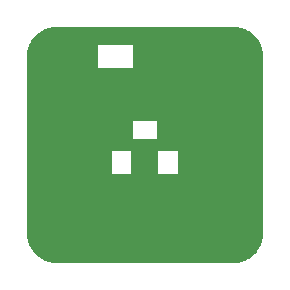
<source format=gbr>
%TF.GenerationSoftware,KiCad,Pcbnew,6.0.9+dfsg-1~bpo11+1*%
%TF.CreationDate,2022-11-11T16:08:21+01:00*%
%TF.ProjectId,015-3-port-resistive-splitter,3031352d-332d-4706-9f72-742d72657369,1*%
%TF.SameCoordinates,Original*%
%TF.FileFunction,Soldermask,Top*%
%TF.FilePolarity,Negative*%
%FSLAX46Y46*%
G04 Gerber Fmt 4.6, Leading zero omitted, Abs format (unit mm)*
G04 Created by KiCad (PCBNEW 6.0.9+dfsg-1~bpo11+1) date 2022-11-11 16:08:21*
%MOMM*%
%LPD*%
G01*
G04 APERTURE LIST*
G04 Aperture macros list*
%AMRoundRect*
0 Rectangle with rounded corners*
0 $1 Rounding radius*
0 $2 $3 $4 $5 $6 $7 $8 $9 X,Y pos of 4 corners*
0 Add a 4 corners polygon primitive as box body*
4,1,4,$2,$3,$4,$5,$6,$7,$8,$9,$2,$3,0*
0 Add four circle primitives for the rounded corners*
1,1,$1+$1,$2,$3*
1,1,$1+$1,$4,$5*
1,1,$1+$1,$6,$7*
1,1,$1+$1,$8,$9*
0 Add four rect primitives between the rounded corners*
20,1,$1+$1,$2,$3,$4,$5,0*
20,1,$1+$1,$4,$5,$6,$7,0*
20,1,$1+$1,$6,$7,$8,$9,0*
20,1,$1+$1,$8,$9,$2,$3,0*%
G04 Aperture macros list end*
%ADD10RoundRect,0.135000X0.185000X-0.135000X0.185000X0.135000X-0.185000X0.135000X-0.185000X-0.135000X0*%
%ADD11RoundRect,0.135000X-0.135000X-0.185000X0.135000X-0.185000X0.135000X0.185000X-0.135000X0.185000X0*%
%ADD12C,3.400000*%
G04 APERTURE END LIST*
%TO.C,J2*%
G36*
X150500000Y-87500000D02*
G01*
X144500000Y-87500000D01*
X144500000Y-84500000D01*
X150500000Y-84500000D01*
X150500000Y-87500000D01*
G37*
%TO.C,J3*%
G36*
X157500000Y-80500000D02*
G01*
X154500000Y-80500000D01*
X154500000Y-74500000D01*
X157500000Y-74500000D01*
X157500000Y-80500000D01*
G37*
%TO.C,J1*%
G36*
X140500000Y-80500000D02*
G01*
X137500000Y-80500000D01*
X137500000Y-74500000D01*
X140500000Y-74500000D01*
X140500000Y-80500000D01*
G37*
%TD*%
D10*
%TO.C,R3*%
X148000000Y-79510000D03*
X148000000Y-78490000D03*
%TD*%
D11*
%TO.C,R2*%
X146990000Y-77500000D03*
X148010000Y-77500000D03*
%TD*%
D10*
%TO.C,R1*%
X147000000Y-79510000D03*
X147000000Y-78490000D03*
%TD*%
D12*
%TO.C,H3*%
X140000000Y-70000000D03*
%TD*%
%TO.C,H1*%
X155000000Y-85000000D03*
%TD*%
%TO.C,H2*%
X155000000Y-70000000D03*
%TD*%
%TO.C,H4*%
X140000000Y-85000000D03*
%TD*%
G36*
X146708512Y-70883938D02*
G01*
X146746896Y-70943664D01*
X146750636Y-70960671D01*
X146751869Y-70968982D01*
X146753081Y-70981291D01*
X146753848Y-70996906D01*
X146754000Y-71003088D01*
X146754000Y-75374000D01*
X146733998Y-75442121D01*
X146680342Y-75488614D01*
X146628000Y-75500000D01*
X146518115Y-75500000D01*
X146502876Y-75504475D01*
X146501671Y-75505865D01*
X146500000Y-75513548D01*
X146500000Y-76981885D01*
X146504475Y-76997124D01*
X146505865Y-76998329D01*
X146513548Y-77000000D01*
X146628000Y-77000000D01*
X146696121Y-77020002D01*
X146742614Y-77073658D01*
X146754000Y-77126000D01*
X146754000Y-77996912D01*
X146753848Y-78003094D01*
X146753081Y-78018709D01*
X146751869Y-78031015D01*
X146750028Y-78043426D01*
X146747616Y-78055552D01*
X146744565Y-78067733D01*
X146740976Y-78079565D01*
X146736752Y-78091371D01*
X146732019Y-78102798D01*
X146726654Y-78114141D01*
X146720822Y-78125052D01*
X146714373Y-78135810D01*
X146707511Y-78146079D01*
X146700033Y-78156163D01*
X146692179Y-78165733D01*
X146683756Y-78175025D01*
X146675025Y-78183756D01*
X146665733Y-78192179D01*
X146656163Y-78200033D01*
X146646079Y-78207511D01*
X146635810Y-78214373D01*
X146625052Y-78220822D01*
X146614141Y-78226654D01*
X146602798Y-78232019D01*
X146591371Y-78236752D01*
X146579565Y-78240976D01*
X146567733Y-78244565D01*
X146555552Y-78247616D01*
X146543426Y-78250028D01*
X146531015Y-78251869D01*
X146518709Y-78253081D01*
X146503094Y-78253848D01*
X146496912Y-78254000D01*
X146427882Y-78254000D01*
X146359761Y-78233998D01*
X146313268Y-78180342D01*
X146301882Y-78128000D01*
X146301882Y-78018115D01*
X146297407Y-78002876D01*
X146296017Y-78001671D01*
X146288334Y-78000000D01*
X144716233Y-78000000D01*
X144700994Y-78004475D01*
X144699789Y-78005865D01*
X144698118Y-78013548D01*
X144698118Y-78128000D01*
X144678116Y-78196121D01*
X144624460Y-78242614D01*
X144572118Y-78254000D01*
X143503088Y-78254000D01*
X143496906Y-78253848D01*
X143481291Y-78253081D01*
X143468985Y-78251869D01*
X143456574Y-78250028D01*
X143444448Y-78247616D01*
X143432267Y-78244565D01*
X143420435Y-78240976D01*
X143408629Y-78236752D01*
X143397202Y-78232019D01*
X143385859Y-78226654D01*
X143374948Y-78220822D01*
X143364190Y-78214373D01*
X143353921Y-78207511D01*
X143343837Y-78200033D01*
X143334267Y-78192179D01*
X143324975Y-78183756D01*
X143316244Y-78175025D01*
X143307821Y-78165733D01*
X143299967Y-78156163D01*
X143292489Y-78146079D01*
X143285627Y-78135810D01*
X143279178Y-78125052D01*
X143273346Y-78114141D01*
X143267981Y-78102798D01*
X143263248Y-78091371D01*
X143259024Y-78079565D01*
X143255435Y-78067733D01*
X143252384Y-78055552D01*
X143249972Y-78043426D01*
X143248131Y-78031015D01*
X143246919Y-78018709D01*
X143246152Y-78003094D01*
X143246000Y-77996912D01*
X143246000Y-71003088D01*
X143246152Y-70996906D01*
X143246919Y-70981291D01*
X143248131Y-70968982D01*
X143249364Y-70960671D01*
X143279146Y-70896223D01*
X143339044Y-70858108D01*
X143410040Y-70858426D01*
X143469593Y-70897077D01*
X143498797Y-70961790D01*
X143500000Y-70979162D01*
X143500000Y-70981885D01*
X143504475Y-70997124D01*
X143505865Y-70998329D01*
X143513548Y-71000000D01*
X146481885Y-71000000D01*
X146497124Y-70995525D01*
X146498329Y-70994135D01*
X146500000Y-70986452D01*
X146500000Y-70979162D01*
X146520002Y-70911041D01*
X146573658Y-70864548D01*
X146643932Y-70854444D01*
X146708512Y-70883938D01*
G37*
G36*
X155004119Y-67500270D02*
G01*
X155318073Y-67520848D01*
X155334413Y-67522999D01*
X155638950Y-67583574D01*
X155654871Y-67587840D01*
X155948888Y-67687646D01*
X155964114Y-67693953D01*
X156242592Y-67831283D01*
X156256866Y-67839524D01*
X156515034Y-68012027D01*
X156528109Y-68022060D01*
X156761557Y-68226788D01*
X156773212Y-68238443D01*
X156977940Y-68471891D01*
X156987973Y-68484966D01*
X157160476Y-68743134D01*
X157168717Y-68757408D01*
X157306047Y-69035886D01*
X157312354Y-69051111D01*
X157324706Y-69087497D01*
X157327663Y-69158432D01*
X157291800Y-69219705D01*
X157228504Y-69251862D01*
X157205393Y-69254000D01*
X146626000Y-69254000D01*
X146557879Y-69233998D01*
X146511386Y-69180342D01*
X146500000Y-69128000D01*
X146500000Y-69018115D01*
X146495525Y-69002876D01*
X146494135Y-69001671D01*
X146486452Y-69000000D01*
X143518115Y-69000000D01*
X143502876Y-69004475D01*
X143501671Y-69005865D01*
X143500000Y-69013548D01*
X143500000Y-69128000D01*
X143479998Y-69196121D01*
X143426342Y-69242614D01*
X143374000Y-69254000D01*
X137794607Y-69254000D01*
X137726486Y-69233998D01*
X137679993Y-69180342D01*
X137669889Y-69110068D01*
X137675294Y-69087497D01*
X137687646Y-69051111D01*
X137693953Y-69035886D01*
X137831283Y-68757408D01*
X137839524Y-68743134D01*
X138012027Y-68484966D01*
X138022060Y-68471891D01*
X138226788Y-68238443D01*
X138238443Y-68226788D01*
X138471891Y-68022060D01*
X138484966Y-68012027D01*
X138743134Y-67839524D01*
X138757408Y-67831283D01*
X139035886Y-67693953D01*
X139051112Y-67687646D01*
X139345129Y-67587840D01*
X139361050Y-67583574D01*
X139665587Y-67522999D01*
X139681927Y-67520848D01*
X139995881Y-67500270D01*
X140004122Y-67500000D01*
X154995878Y-67500000D01*
X155004119Y-67500270D01*
G37*
G36*
X143503094Y-68746152D02*
G01*
X143518709Y-68746919D01*
X143531018Y-68748131D01*
X143539329Y-68749364D01*
X143603777Y-68779146D01*
X143641892Y-68839044D01*
X143641574Y-68910040D01*
X143602923Y-68969593D01*
X143538210Y-68998797D01*
X143520838Y-69000000D01*
X143518115Y-69000000D01*
X143502876Y-69004475D01*
X143501671Y-69005865D01*
X143500000Y-69013548D01*
X143500000Y-79981885D01*
X143504475Y-79997124D01*
X143505865Y-79998329D01*
X143513548Y-80000000D01*
X143628000Y-80000000D01*
X143696121Y-80020002D01*
X143742614Y-80073658D01*
X143754000Y-80126000D01*
X143754000Y-87374000D01*
X143733998Y-87442121D01*
X143680342Y-87488614D01*
X143628000Y-87500000D01*
X140004122Y-87500000D01*
X139995881Y-87499730D01*
X139681927Y-87479152D01*
X139665587Y-87477001D01*
X139361050Y-87416426D01*
X139345129Y-87412160D01*
X139051112Y-87312354D01*
X139035886Y-87306047D01*
X138757408Y-87168717D01*
X138743134Y-87160476D01*
X138484966Y-86987973D01*
X138471891Y-86977940D01*
X138238443Y-86773212D01*
X138226788Y-86761557D01*
X138022060Y-86528109D01*
X138012027Y-86515034D01*
X137839524Y-86256866D01*
X137831283Y-86242592D01*
X137693953Y-85964114D01*
X137687646Y-85948888D01*
X137587840Y-85654871D01*
X137583574Y-85638950D01*
X137522999Y-85334413D01*
X137520848Y-85318073D01*
X137500270Y-85004119D01*
X137500000Y-84995878D01*
X137500000Y-70004122D01*
X137500270Y-69995881D01*
X137520848Y-69681927D01*
X137522999Y-69665587D01*
X137583574Y-69361050D01*
X137587840Y-69345129D01*
X137687646Y-69051112D01*
X137693953Y-69035886D01*
X137802254Y-68816272D01*
X137850322Y-68764023D01*
X137915260Y-68746000D01*
X143496912Y-68746000D01*
X143503094Y-68746152D01*
G37*
G36*
X157152861Y-68766002D02*
G01*
X157197746Y-68816272D01*
X157306047Y-69035886D01*
X157312354Y-69051112D01*
X157412160Y-69345129D01*
X157416426Y-69361050D01*
X157477001Y-69665587D01*
X157479152Y-69681927D01*
X157499730Y-69995881D01*
X157500000Y-70004122D01*
X157500000Y-75628000D01*
X157479998Y-75696121D01*
X157426342Y-75742614D01*
X157374000Y-75754000D01*
X148626000Y-75754000D01*
X148557879Y-75733998D01*
X148511386Y-75680342D01*
X148500000Y-75628000D01*
X148500000Y-75518115D01*
X148495525Y-75502876D01*
X148494135Y-75501671D01*
X148486452Y-75500000D01*
X146518115Y-75500000D01*
X146502876Y-75504475D01*
X146501671Y-75505865D01*
X146500000Y-75513548D01*
X146500000Y-75520838D01*
X146479998Y-75588959D01*
X146426342Y-75635452D01*
X146356068Y-75645556D01*
X146291488Y-75616062D01*
X146253104Y-75556336D01*
X146249364Y-75539329D01*
X146248131Y-75531018D01*
X146246919Y-75518709D01*
X146246152Y-75503094D01*
X146246000Y-75496912D01*
X146246000Y-71126000D01*
X146266002Y-71057879D01*
X146319658Y-71011386D01*
X146372000Y-71000000D01*
X146481885Y-71000000D01*
X146497124Y-70995525D01*
X146498329Y-70994135D01*
X146500000Y-70986452D01*
X146500000Y-69018115D01*
X146495525Y-69002876D01*
X146494135Y-69001671D01*
X146486452Y-69000000D01*
X146479162Y-69000000D01*
X146411041Y-68979998D01*
X146364548Y-68926342D01*
X146354444Y-68856068D01*
X146383938Y-68791488D01*
X146443664Y-68753104D01*
X146460671Y-68749364D01*
X146468982Y-68748131D01*
X146481291Y-68746919D01*
X146496906Y-68746152D01*
X146503088Y-68746000D01*
X157084740Y-68746000D01*
X157152861Y-68766002D01*
G37*
G36*
X157442121Y-75266002D02*
G01*
X157488614Y-75319658D01*
X157500000Y-75372000D01*
X157500000Y-78128000D01*
X157479998Y-78196121D01*
X157426342Y-78242614D01*
X157374000Y-78254000D01*
X150414281Y-78254000D01*
X150346160Y-78233998D01*
X150299667Y-78180342D01*
X150288281Y-78128000D01*
X150288281Y-78018115D01*
X150283806Y-78002876D01*
X150282416Y-78001671D01*
X150274733Y-78000000D01*
X148644383Y-78000000D01*
X148629144Y-78004475D01*
X148627939Y-78005865D01*
X148626268Y-78013548D01*
X148626268Y-78127861D01*
X148606266Y-78195982D01*
X148552610Y-78242475D01*
X148494091Y-78253710D01*
X148481296Y-78253082D01*
X148468985Y-78251869D01*
X148456574Y-78250028D01*
X148444448Y-78247616D01*
X148432267Y-78244565D01*
X148420435Y-78240976D01*
X148408629Y-78236752D01*
X148397202Y-78232019D01*
X148385859Y-78226654D01*
X148374948Y-78220822D01*
X148364190Y-78214373D01*
X148353921Y-78207511D01*
X148343837Y-78200033D01*
X148334267Y-78192179D01*
X148324975Y-78183756D01*
X148316244Y-78175025D01*
X148307821Y-78165733D01*
X148299967Y-78156163D01*
X148292489Y-78146079D01*
X148285627Y-78135810D01*
X148279178Y-78125052D01*
X148273346Y-78114141D01*
X148267981Y-78102798D01*
X148263248Y-78091371D01*
X148259024Y-78079565D01*
X148255435Y-78067733D01*
X148252384Y-78055552D01*
X148249972Y-78043426D01*
X148248131Y-78031015D01*
X148246919Y-78018709D01*
X148246152Y-78003094D01*
X148246000Y-77996912D01*
X148246000Y-77126000D01*
X148266002Y-77057879D01*
X148319658Y-77011386D01*
X148372000Y-77000000D01*
X148481885Y-77000000D01*
X148497124Y-76995525D01*
X148498329Y-76994135D01*
X148500000Y-76986452D01*
X148500000Y-75518115D01*
X148495525Y-75502876D01*
X148494135Y-75501671D01*
X148486452Y-75500000D01*
X148479162Y-75500000D01*
X148411041Y-75479998D01*
X148364548Y-75426342D01*
X148354444Y-75356068D01*
X148383938Y-75291488D01*
X148443664Y-75253104D01*
X148460671Y-75249364D01*
X148468982Y-75248131D01*
X148481291Y-75246919D01*
X148496906Y-75246152D01*
X148503088Y-75246000D01*
X157374000Y-75246000D01*
X157442121Y-75266002D01*
G37*
G36*
X157442121Y-77766002D02*
G01*
X157488614Y-77819658D01*
X157500000Y-77872000D01*
X157500000Y-84995878D01*
X157499730Y-85004119D01*
X157479152Y-85318073D01*
X157477001Y-85334413D01*
X157416426Y-85638950D01*
X157412160Y-85654871D01*
X157312354Y-85948888D01*
X157306047Y-85964114D01*
X157168717Y-86242592D01*
X157160476Y-86256866D01*
X156987973Y-86515034D01*
X156977940Y-86528109D01*
X156773212Y-86761557D01*
X156761557Y-86773212D01*
X156528109Y-86977940D01*
X156515034Y-86987973D01*
X156256866Y-87160476D01*
X156242592Y-87168717D01*
X155964114Y-87306047D01*
X155948888Y-87312354D01*
X155654871Y-87412160D01*
X155638950Y-87416426D01*
X155334413Y-87477001D01*
X155318073Y-87479152D01*
X155004119Y-87499730D01*
X154995878Y-87500000D01*
X150160281Y-87500000D01*
X150092160Y-87479998D01*
X150045667Y-87426342D01*
X150034281Y-87374000D01*
X150034281Y-80126001D01*
X150054283Y-80057880D01*
X150107939Y-80011387D01*
X150160281Y-80000001D01*
X150270166Y-80000001D01*
X150285405Y-79995526D01*
X150286610Y-79994136D01*
X150288281Y-79986453D01*
X150288281Y-78018115D01*
X150283806Y-78002876D01*
X150282416Y-78001671D01*
X150274733Y-78000000D01*
X150267443Y-78000000D01*
X150199322Y-77979998D01*
X150152829Y-77926342D01*
X150142725Y-77856068D01*
X150172219Y-77791488D01*
X150231945Y-77753104D01*
X150248952Y-77749364D01*
X150257263Y-77748131D01*
X150269572Y-77746919D01*
X150285187Y-77746152D01*
X150291369Y-77746000D01*
X157374000Y-77746000D01*
X157442121Y-77766002D01*
G37*
G36*
X144640239Y-79766002D02*
G01*
X144686732Y-79819658D01*
X144698118Y-79872000D01*
X144698118Y-79874000D01*
X144678116Y-79942121D01*
X144624460Y-79988614D01*
X144572118Y-80000000D01*
X143518115Y-80000000D01*
X150270166Y-80000001D01*
X150285405Y-79995526D01*
X150286610Y-79994136D01*
X150288281Y-79986453D01*
X150288281Y-79880888D01*
X150308283Y-79812767D01*
X150361939Y-79766274D01*
X150432213Y-79756170D01*
X150456724Y-79762252D01*
X150459508Y-79763248D01*
X150470938Y-79767982D01*
X150482281Y-79773347D01*
X150493192Y-79779179D01*
X150503950Y-79785628D01*
X150514219Y-79792490D01*
X150524303Y-79799968D01*
X150533873Y-79807822D01*
X150543165Y-79816245D01*
X150551896Y-79824976D01*
X150560319Y-79834268D01*
X150568173Y-79843838D01*
X150575651Y-79853922D01*
X150582513Y-79864191D01*
X150588962Y-79874949D01*
X150594794Y-79885860D01*
X150600159Y-79897203D01*
X150604892Y-79908630D01*
X150609116Y-79920436D01*
X150612705Y-79932268D01*
X150615756Y-79944449D01*
X150618168Y-79956575D01*
X150620009Y-79968986D01*
X150621221Y-79981292D01*
X150621988Y-79996907D01*
X150622140Y-80003089D01*
X150622140Y-87374000D01*
X150602138Y-87442121D01*
X150548482Y-87488614D01*
X150496140Y-87500000D01*
X143372000Y-87500000D01*
X143303879Y-87479998D01*
X143257386Y-87426342D01*
X143246000Y-87374000D01*
X143246000Y-80003088D01*
X143246152Y-79996906D01*
X143246919Y-79981291D01*
X143248131Y-79968985D01*
X143249972Y-79956574D01*
X143252384Y-79944448D01*
X143255435Y-79932267D01*
X143259024Y-79920435D01*
X143263248Y-79908629D01*
X143267981Y-79897202D01*
X143273346Y-79885859D01*
X143279178Y-79874948D01*
X143285627Y-79864190D01*
X143292489Y-79853921D01*
X143299967Y-79843837D01*
X143307821Y-79834267D01*
X143316244Y-79824975D01*
X143324975Y-79816244D01*
X143334267Y-79807821D01*
X143343837Y-79799967D01*
X143353921Y-79792489D01*
X143364190Y-79785627D01*
X143374948Y-79779178D01*
X143385859Y-79773346D01*
X143397202Y-79767981D01*
X143408629Y-79763248D01*
X143420435Y-79759024D01*
X143432267Y-79755435D01*
X143444448Y-79752384D01*
X143456574Y-79749972D01*
X143468985Y-79748131D01*
X143481291Y-79746919D01*
X143496906Y-79746152D01*
X143503088Y-79746000D01*
X144572118Y-79746000D01*
X144640239Y-79766002D01*
G37*
G36*
X144701212Y-77746152D02*
G01*
X144716827Y-77746919D01*
X144729136Y-77748131D01*
X144737447Y-77749364D01*
X144801895Y-77779146D01*
X144840010Y-77839044D01*
X144839692Y-77910040D01*
X144801041Y-77969593D01*
X144736328Y-77998797D01*
X144718956Y-78000000D01*
X144716233Y-78000000D01*
X144700994Y-78004475D01*
X144699789Y-78005865D01*
X144698118Y-78013548D01*
X144698118Y-79981885D01*
X144702593Y-79997124D01*
X144703983Y-79998329D01*
X144711666Y-80000000D01*
X144718956Y-80000000D01*
X144787077Y-80020002D01*
X144833570Y-80073658D01*
X144843674Y-80143932D01*
X144814180Y-80208512D01*
X144754454Y-80246896D01*
X144737447Y-80250636D01*
X144729136Y-80251869D01*
X144716827Y-80253081D01*
X144701212Y-80253848D01*
X144695030Y-80254000D01*
X143503088Y-80254000D01*
X143496906Y-80253848D01*
X143481291Y-80253081D01*
X143468985Y-80251869D01*
X143456574Y-80250028D01*
X143444448Y-80247616D01*
X143432267Y-80244565D01*
X143420435Y-80240976D01*
X143408629Y-80236752D01*
X143397202Y-80232019D01*
X143385859Y-80226654D01*
X143374948Y-80220822D01*
X143364190Y-80214373D01*
X143353921Y-80207511D01*
X143343837Y-80200033D01*
X143334267Y-80192179D01*
X143324975Y-80183756D01*
X143316244Y-80175025D01*
X143307821Y-80165733D01*
X143299967Y-80156163D01*
X143292489Y-80146079D01*
X143285627Y-80135810D01*
X143279178Y-80125052D01*
X143273346Y-80114141D01*
X143267981Y-80102798D01*
X143263248Y-80091371D01*
X143259024Y-80079565D01*
X143255435Y-80067733D01*
X143252384Y-80055552D01*
X143249972Y-80043426D01*
X143248131Y-80031015D01*
X143246919Y-80018709D01*
X143246152Y-80003094D01*
X143246000Y-79996912D01*
X143246000Y-78003088D01*
X143246152Y-77996906D01*
X143246919Y-77981291D01*
X143248131Y-77968985D01*
X143249972Y-77956574D01*
X143252384Y-77944448D01*
X143255435Y-77932267D01*
X143259024Y-77920435D01*
X143263248Y-77908629D01*
X143267981Y-77897202D01*
X143273346Y-77885859D01*
X143279178Y-77874948D01*
X143285627Y-77864190D01*
X143292489Y-77853921D01*
X143299967Y-77843837D01*
X143307821Y-77834267D01*
X143316244Y-77824975D01*
X143324975Y-77816244D01*
X143334267Y-77807821D01*
X143343837Y-77799967D01*
X143353921Y-77792489D01*
X143364190Y-77785627D01*
X143374948Y-77779178D01*
X143385859Y-77773346D01*
X143397202Y-77767981D01*
X143408629Y-77763248D01*
X143420435Y-77759024D01*
X143432267Y-77755435D01*
X143444448Y-77752384D01*
X143456574Y-77749972D01*
X143468985Y-77748131D01*
X143481291Y-77746919D01*
X143496906Y-77746152D01*
X143503088Y-77746000D01*
X144695030Y-77746000D01*
X144701212Y-77746152D01*
G37*
G36*
X146442121Y-76766002D02*
G01*
X146488614Y-76819658D01*
X146500000Y-76872000D01*
X146500000Y-76981885D01*
X146504475Y-76997124D01*
X146505865Y-76998329D01*
X146513548Y-77000000D01*
X148481885Y-77000000D01*
X148497124Y-76995525D01*
X148498329Y-76994135D01*
X148500000Y-76986452D01*
X148500000Y-76872139D01*
X148520002Y-76804018D01*
X148573658Y-76757525D01*
X148632177Y-76746290D01*
X148644972Y-76746918D01*
X148657283Y-76748131D01*
X148669694Y-76749972D01*
X148681820Y-76752384D01*
X148694001Y-76755435D01*
X148705833Y-76759024D01*
X148717639Y-76763248D01*
X148729066Y-76767981D01*
X148740409Y-76773346D01*
X148751320Y-76779178D01*
X148762078Y-76785627D01*
X148772347Y-76792489D01*
X148782431Y-76799967D01*
X148792001Y-76807821D01*
X148801293Y-76816244D01*
X148810024Y-76824975D01*
X148818447Y-76834267D01*
X148826301Y-76843837D01*
X148833779Y-76853921D01*
X148840641Y-76864190D01*
X148847090Y-76874948D01*
X148852922Y-76885859D01*
X148858287Y-76897202D01*
X148863020Y-76908629D01*
X148867244Y-76920435D01*
X148870833Y-76932267D01*
X148873884Y-76944448D01*
X148876296Y-76956574D01*
X148878137Y-76968985D01*
X148879349Y-76981291D01*
X148880116Y-76996906D01*
X148880268Y-77003088D01*
X148880268Y-77874000D01*
X148860266Y-77942121D01*
X148806610Y-77988614D01*
X148754268Y-78000000D01*
X148644383Y-78000000D01*
X148629144Y-78004475D01*
X148627939Y-78005865D01*
X148626268Y-78013548D01*
X148626268Y-79981886D01*
X148630743Y-79997125D01*
X148632133Y-79998330D01*
X148639816Y-80000001D01*
X148754268Y-80000001D01*
X148822389Y-80020003D01*
X148868882Y-80073659D01*
X148880268Y-80126001D01*
X148880268Y-80496912D01*
X148880116Y-80503094D01*
X148879349Y-80518709D01*
X148878137Y-80531015D01*
X148876296Y-80543426D01*
X148873884Y-80555552D01*
X148870833Y-80567733D01*
X148867244Y-80579565D01*
X148863020Y-80591371D01*
X148858287Y-80602798D01*
X148852922Y-80614141D01*
X148847090Y-80625052D01*
X148840641Y-80635810D01*
X148833779Y-80646079D01*
X148826301Y-80656163D01*
X148818447Y-80665733D01*
X148810024Y-80675025D01*
X148801293Y-80683756D01*
X148792001Y-80692179D01*
X148782431Y-80700033D01*
X148772347Y-80707511D01*
X148762078Y-80714373D01*
X148751320Y-80720822D01*
X148740409Y-80726654D01*
X148729066Y-80732019D01*
X148717639Y-80736752D01*
X148705833Y-80740976D01*
X148694001Y-80744565D01*
X148681820Y-80747616D01*
X148669694Y-80750028D01*
X148657283Y-80751869D01*
X148644977Y-80753081D01*
X148629362Y-80753848D01*
X148623180Y-80754000D01*
X146304970Y-80754000D01*
X146298788Y-80753848D01*
X146283173Y-80753081D01*
X146270867Y-80751869D01*
X146258456Y-80750028D01*
X146246330Y-80747616D01*
X146234149Y-80744565D01*
X146222317Y-80740976D01*
X146210511Y-80736752D01*
X146199084Y-80732019D01*
X146187741Y-80726654D01*
X146176830Y-80720822D01*
X146166072Y-80714373D01*
X146155803Y-80707511D01*
X146145719Y-80700033D01*
X146136149Y-80692179D01*
X146126857Y-80683756D01*
X146118126Y-80675025D01*
X146109703Y-80665733D01*
X146101849Y-80656163D01*
X146094371Y-80646079D01*
X146087509Y-80635810D01*
X146081060Y-80625052D01*
X146075228Y-80614141D01*
X146069863Y-80602798D01*
X146065130Y-80591371D01*
X146060906Y-80579565D01*
X146057317Y-80567733D01*
X146054266Y-80555552D01*
X146051854Y-80543426D01*
X146050013Y-80531015D01*
X146048801Y-80518709D01*
X146048034Y-80503094D01*
X146047882Y-80496912D01*
X146047882Y-80126000D01*
X146067884Y-80057879D01*
X146121540Y-80011386D01*
X146173882Y-80000000D01*
X146283767Y-80000000D01*
X146299006Y-79995525D01*
X146300211Y-79994135D01*
X146301882Y-79986452D01*
X146301882Y-78018115D01*
X146297407Y-78002876D01*
X146296017Y-78001671D01*
X146288334Y-78000000D01*
X146173882Y-78000000D01*
X146105761Y-77979998D01*
X146059268Y-77926342D01*
X146047882Y-77874000D01*
X146047882Y-77003088D01*
X146048034Y-76996906D01*
X146048801Y-76981291D01*
X146050013Y-76968985D01*
X146051854Y-76956574D01*
X146054266Y-76944448D01*
X146057317Y-76932267D01*
X146060906Y-76920435D01*
X146065130Y-76908629D01*
X146069863Y-76897202D01*
X146075228Y-76885859D01*
X146081060Y-76874948D01*
X146087509Y-76864190D01*
X146094371Y-76853921D01*
X146101849Y-76843837D01*
X146109703Y-76834267D01*
X146118126Y-76824975D01*
X146126857Y-76816244D01*
X146136149Y-76807821D01*
X146145719Y-76799967D01*
X146155803Y-76792489D01*
X146166072Y-76785627D01*
X146176830Y-76779178D01*
X146187741Y-76773346D01*
X146199084Y-76767981D01*
X146210511Y-76763248D01*
X146222317Y-76759024D01*
X146234149Y-76755435D01*
X146246330Y-76752384D01*
X146258456Y-76749972D01*
X146270867Y-76748131D01*
X146283173Y-76746919D01*
X146298788Y-76746152D01*
X146304970Y-76746000D01*
X146374000Y-76746000D01*
X146442121Y-76766002D01*
G37*
M02*

</source>
